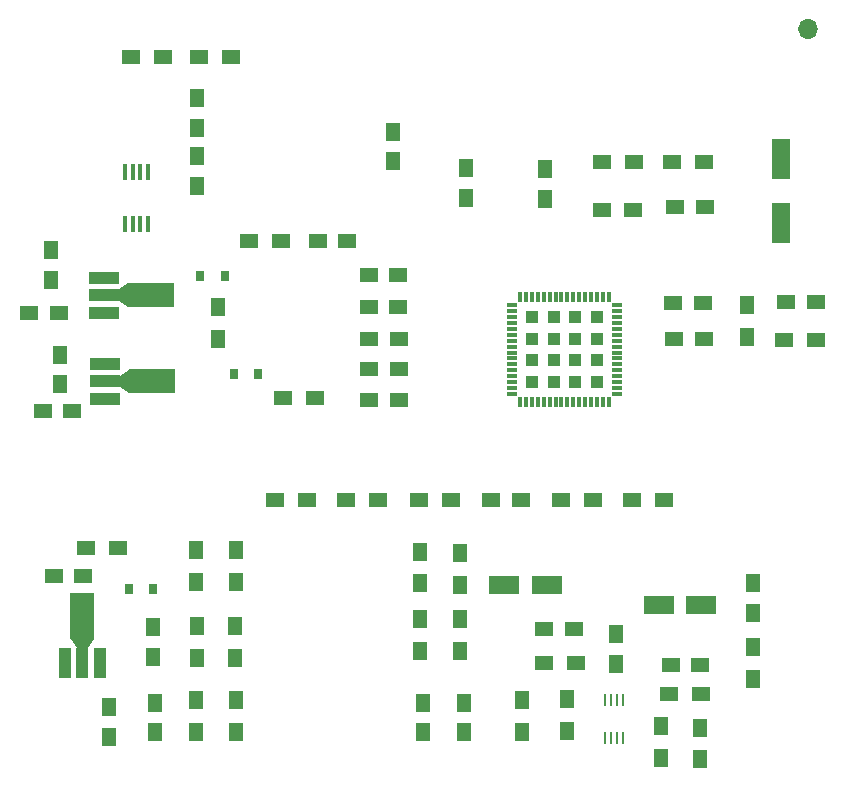
<source format=gbr>
G04 #@! TF.GenerationSoftware,KiCad,Pcbnew,(5.1.12-1-10_14)*
G04 #@! TF.CreationDate,2022-10-09T23:27:55+02:00*
G04 #@! TF.ProjectId,Boat Channel Board,426f6174-2043-4686-916e-6e656c20426f,rev?*
G04 #@! TF.SameCoordinates,Original*
G04 #@! TF.FileFunction,Paste,Top*
G04 #@! TF.FilePolarity,Positive*
%FSLAX46Y46*%
G04 Gerber Fmt 4.6, Leading zero omitted, Abs format (unit mm)*
G04 Created by KiCad (PCBNEW (5.1.12-1-10_14)) date 2022-10-09 23:27:55*
%MOMM*%
%LPD*%
G01*
G04 APERTURE LIST*
%ADD10R,1.250000X1.500000*%
%ADD11R,1.500000X1.250000*%
%ADD12O,1.700000X1.700000*%
%ADD13R,1.500000X1.300000*%
%ADD14R,1.300000X1.500000*%
%ADD15R,0.800000X0.900000*%
%ADD16R,0.250000X1.000000*%
%ADD17R,2.500000X1.000000*%
%ADD18R,4.000000X2.000000*%
%ADD19C,0.025400*%
%ADD20R,1.000000X2.500000*%
%ADD21R,2.000000X4.000000*%
%ADD22R,2.600000X1.600000*%
%ADD23R,1.600000X3.500000*%
%ADD24R,1.102500X1.102500*%
%ADD25R,0.850000X0.300000*%
%ADD26R,0.300000X0.850000*%
%ADD27R,0.450000X1.450000*%
G04 APERTURE END LIST*
D10*
X85010000Y-59240000D03*
X85010000Y-61740000D03*
D11*
X71950000Y-80810000D03*
X74450000Y-80810000D03*
X75360000Y-94780000D03*
X72860000Y-94780000D03*
D10*
X73370000Y-78550000D03*
X73370000Y-76050000D03*
X77510000Y-108370000D03*
X77510000Y-105870000D03*
D11*
X70770000Y-72540000D03*
X73270000Y-72540000D03*
D10*
X107750000Y-60250000D03*
X107750000Y-62750000D03*
X114500000Y-60350000D03*
X114500000Y-62850000D03*
X72610000Y-67170000D03*
X72610000Y-69670000D03*
D12*
X136740000Y-48460000D03*
D13*
X95000000Y-79700000D03*
X92300000Y-79700000D03*
X78300000Y-92400000D03*
X75600000Y-92400000D03*
D14*
X86800000Y-72000000D03*
X86800000Y-74700000D03*
D15*
X90200000Y-77700000D03*
X88100000Y-77700000D03*
X81300000Y-95900000D03*
X79200000Y-95900000D03*
X87350000Y-69400000D03*
X85250000Y-69400000D03*
D14*
X103900000Y-101100000D03*
X103900000Y-98400000D03*
X107300000Y-101100000D03*
X107300000Y-98400000D03*
D13*
X100300000Y-88300000D03*
X97600000Y-88300000D03*
X94300000Y-88300000D03*
X91600000Y-88300000D03*
D14*
X88200000Y-99000000D03*
X88200000Y-101700000D03*
X85000000Y-99000000D03*
X85000000Y-101700000D03*
X112500000Y-105300000D03*
X112500000Y-108000000D03*
X116300000Y-105200000D03*
X116300000Y-107900000D03*
D10*
X81300000Y-101600000D03*
X81300000Y-99100000D03*
X107600000Y-108000000D03*
X107600000Y-105500000D03*
X81400000Y-105500000D03*
X81400000Y-108000000D03*
X104100000Y-105500000D03*
X104100000Y-108000000D03*
D16*
X120550000Y-105300000D03*
X119550000Y-105300000D03*
X120050000Y-105300000D03*
X121050000Y-105300000D03*
X119550000Y-108500000D03*
X120050000Y-108500000D03*
X120550000Y-108500000D03*
X121050000Y-108500000D03*
D13*
X106500000Y-88300000D03*
X103800000Y-88300000D03*
D17*
X77240000Y-76800000D03*
X77240000Y-78300000D03*
X77240000Y-79800000D03*
D18*
X81200000Y-78300000D03*
D19*
G36*
X79225000Y-79300000D02*
G01*
X78475000Y-78800000D01*
X78475000Y-77800000D01*
X79225000Y-77300000D01*
X79225000Y-79300000D01*
G37*
D17*
X77140000Y-69500000D03*
X77140000Y-71000000D03*
X77140000Y-72500000D03*
D18*
X81100000Y-71000000D03*
D19*
G36*
X79125000Y-72000000D02*
G01*
X78375000Y-71500000D01*
X78375000Y-70500000D01*
X79125000Y-70000000D01*
X79125000Y-72000000D01*
G37*
D20*
X73800000Y-102100000D03*
X75300000Y-102100000D03*
X76800000Y-102100000D03*
D21*
X75300000Y-98140000D03*
D19*
G36*
X76300000Y-100115000D02*
G01*
X75800000Y-100865000D01*
X74800000Y-100865000D01*
X74300000Y-100115000D01*
X76300000Y-100115000D01*
G37*
D14*
X131600000Y-71800000D03*
X131600000Y-74500000D03*
D13*
X114400000Y-102100000D03*
X117100000Y-102100000D03*
X127700000Y-104800000D03*
X125000000Y-104800000D03*
D22*
X111000000Y-95500000D03*
X114600000Y-95500000D03*
D11*
X125100000Y-102300000D03*
X127600000Y-102300000D03*
D22*
X124100000Y-97250000D03*
X127700000Y-97250000D03*
D11*
X128000000Y-63500000D03*
X125500000Y-63500000D03*
D23*
X134400000Y-59450000D03*
X134400000Y-64850000D03*
D11*
X95200000Y-66400000D03*
X97700000Y-66400000D03*
D10*
X101600000Y-59650000D03*
X101600000Y-57150000D03*
X85000000Y-56800000D03*
X85000000Y-54300000D03*
X132100000Y-97900000D03*
X132100000Y-95400000D03*
D11*
X116900000Y-99300000D03*
X114400000Y-99300000D03*
D10*
X120500000Y-102200000D03*
X120500000Y-99700000D03*
D11*
X102060000Y-74680000D03*
X99560000Y-74680000D03*
X99560000Y-77280000D03*
X102060000Y-77280000D03*
X99560000Y-79880000D03*
X102060000Y-79880000D03*
X134900000Y-71600000D03*
X137400000Y-71600000D03*
X99550000Y-69270000D03*
X102050000Y-69270000D03*
X102050000Y-71970000D03*
X99550000Y-71970000D03*
X125300000Y-71700000D03*
X127800000Y-71700000D03*
X125400000Y-74700000D03*
X127900000Y-74700000D03*
X109900000Y-88300000D03*
X112400000Y-88300000D03*
D13*
X79400000Y-50800000D03*
X82100000Y-50800000D03*
X92100000Y-66400000D03*
X89400000Y-66400000D03*
X121950000Y-63750000D03*
X119250000Y-63750000D03*
X119300000Y-59750000D03*
X122000000Y-59750000D03*
X127950000Y-59750000D03*
X125250000Y-59750000D03*
X85200000Y-50800000D03*
X87900000Y-50800000D03*
D14*
X103850000Y-92700000D03*
X103850000Y-95400000D03*
X88300000Y-92600000D03*
X88300000Y-95300000D03*
X88300000Y-108000000D03*
X88300000Y-105300000D03*
X132100000Y-100800000D03*
X132100000Y-103500000D03*
X107300000Y-92800000D03*
X107300000Y-95500000D03*
X84900000Y-92600000D03*
X84900000Y-95300000D03*
X84900000Y-108000000D03*
X84900000Y-105300000D03*
X124300000Y-107500000D03*
X124300000Y-110200000D03*
X127600000Y-110300000D03*
X127600000Y-107600000D03*
D13*
X137400000Y-74800000D03*
X134700000Y-74800000D03*
X124500000Y-88300000D03*
X121800000Y-88300000D03*
X115800000Y-88300000D03*
X118500000Y-88300000D03*
D24*
X118856250Y-72843750D03*
X117018750Y-72843750D03*
X115181250Y-72843750D03*
X113343750Y-72843750D03*
X118856250Y-74681250D03*
X117018750Y-74681250D03*
X115181250Y-74681250D03*
X113343750Y-74681250D03*
X118856250Y-76518750D03*
X117018750Y-76518750D03*
X115181250Y-76518750D03*
X113343750Y-76518750D03*
X118856250Y-78356250D03*
X117018750Y-78356250D03*
X115181250Y-78356250D03*
X113343750Y-78356250D03*
D25*
X120550000Y-71850000D03*
X120550000Y-72350000D03*
X120550000Y-72850000D03*
X120550000Y-73350000D03*
X120550000Y-73850000D03*
X120550000Y-74350000D03*
X120550000Y-74850000D03*
X120550000Y-75350000D03*
X120550000Y-75850000D03*
X120550000Y-76350000D03*
X120550000Y-76850000D03*
X120550000Y-77350000D03*
X120550000Y-77850000D03*
X120550000Y-78350000D03*
X120550000Y-78850000D03*
X120550000Y-79350000D03*
D26*
X119850000Y-80050000D03*
X119350000Y-80050000D03*
X118850000Y-80050000D03*
X118350000Y-80050000D03*
X117850000Y-80050000D03*
X117350000Y-80050000D03*
X116850000Y-80050000D03*
X116350000Y-80050000D03*
X115850000Y-80050000D03*
X115350000Y-80050000D03*
X114850000Y-80050000D03*
X114350000Y-80050000D03*
X113850000Y-80050000D03*
X113350000Y-80050000D03*
X112850000Y-80050000D03*
X112350000Y-80050000D03*
D25*
X111650000Y-79350000D03*
X111650000Y-78850000D03*
X111650000Y-78350000D03*
X111650000Y-77850000D03*
X111650000Y-77350000D03*
X111650000Y-76850000D03*
X111650000Y-76350000D03*
X111650000Y-75850000D03*
X111650000Y-75350000D03*
X111650000Y-74850000D03*
X111650000Y-74350000D03*
X111650000Y-73850000D03*
X111650000Y-73350000D03*
X111650000Y-72850000D03*
X111650000Y-72350000D03*
X111650000Y-71850000D03*
D26*
X112350000Y-71150000D03*
X112850000Y-71150000D03*
X113350000Y-71150000D03*
X113850000Y-71150000D03*
X114350000Y-71150000D03*
X114850000Y-71150000D03*
X115350000Y-71150000D03*
X115850000Y-71150000D03*
X116350000Y-71150000D03*
X116850000Y-71150000D03*
X117350000Y-71150000D03*
X117850000Y-71150000D03*
X118350000Y-71150000D03*
X118850000Y-71150000D03*
X119350000Y-71150000D03*
X119850000Y-71150000D03*
D27*
X80850000Y-65000000D03*
X80200000Y-65000000D03*
X79550000Y-65000000D03*
X78900000Y-65000000D03*
X78900000Y-60600000D03*
X79550000Y-60600000D03*
X80200000Y-60600000D03*
X80850000Y-60600000D03*
M02*

</source>
